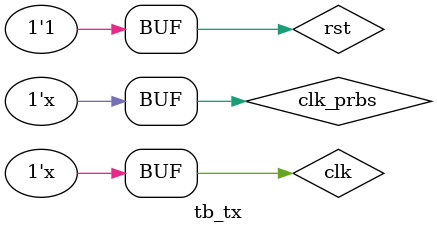
<source format=v>
`timescale 1ns/100ps

`define SEED 9'h1AA

module tb_tx();
    reg rst;
    reg clk;
    reg clk_prbs;
    wire bit_out;
    wire [8:0] tb_tx_out;

    localparam COEF = {8'h0, 8'hfe, 8'hff, 8'h0, 8'h2, 8'h0, 8'hfb, 8'hf5,
                        8'hf9, 8'ha, 8'h25, 8'h3e, 8'h48, 8'h3e, 8'h25, 8'ha, 
                        8'hf9, 8'hf5,8'hfb, 8'h0, 8'h2, 8'h0, 8'hff, 8'hfe};

    initial begin
        rst = 0;
        clk = 0;
        clk_prbs = 0;
        #2 rst = 1;
    end

    always #1 clk = ~clk;
    always #4 clk_prbs = ~clk_prbs;

    prbs
        #(
        .SEED (`SEED)
        )
    prbs_r(
        .clk (clk_prbs),
        .rst (rst),
        .bit_out (bit_out)
        );

    tx
        #(
        .COEF(COEF)
        )
    tx_r(
        .clk (clk),
        .rst (rst),
        .tx_in (bit_out),
        .tx_out (tb_tx_out)
        );
endmodule

</source>
